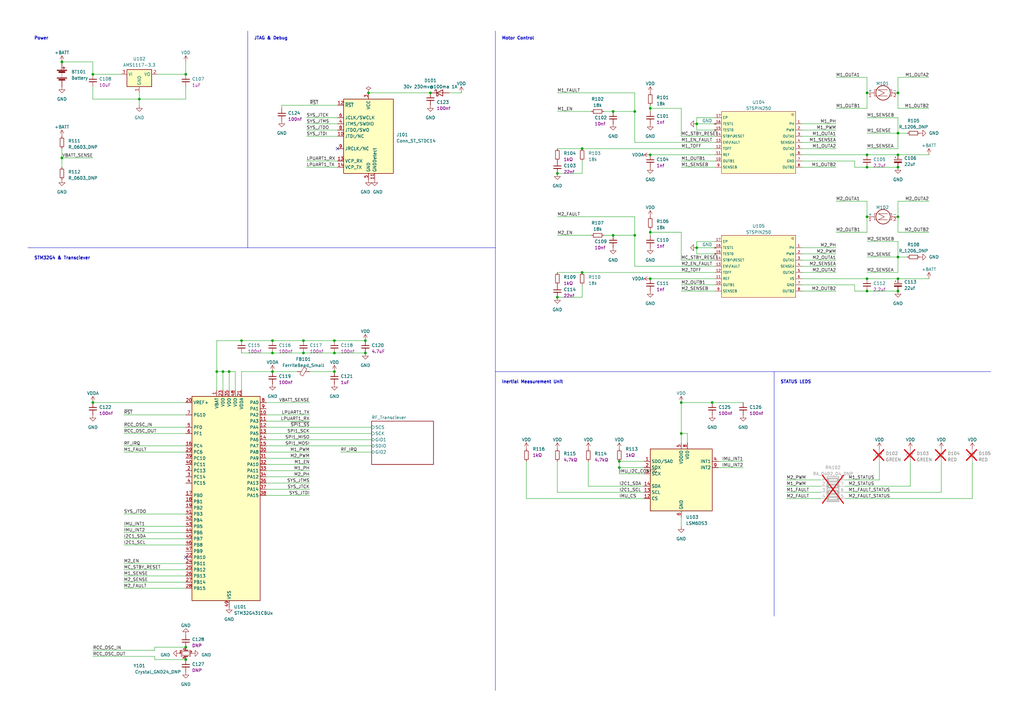
<source format=kicad_sch>
(kicad_sch (version 20230121) (generator eeschema)
  (paper "A3")
  (junction (at 151.13 38.1))
  (junction (at 99.06 139.7))
  (junction (at 266.7 95.25))
  (junction (at 76.2 265.43))
  (junction (at 57.15 40.64))
  (junction (at 266.7 63.5))
  (junction (at 137.16 139.7))
  (junction (at 260.35 96.52))
  (junction (at 25.4 25.4))
  (junction (at 149.86 139.7))
  (junction (at 93.98 152.4))
  (junction (at 368.3 105.41))
  (junction (at 279.4 165.1))
  (junction (at 285.75 50.8))
  (junction (at 251.46 45.72))
  (junction (at 91.44 152.4))
  (junction (at 355.6 63.5))
  (junction (at 285.75 101.6))
  (junction (at 368.3 114.3))
  (junction (at 254 189.23))
  (junction (at 368.3 54.61))
  (junction (at 38.1 30.48))
  (junction (at 355.6 38.1))
  (junction (at 88.9 152.4))
  (junction (at 38.1 165.1))
  (junction (at 251.46 96.52))
  (junction (at 355.6 68.58))
  (junction (at 124.46 144.78))
  (junction (at 111.76 139.7))
  (junction (at 238.76 111.76))
  (junction (at 368.3 119.38))
  (junction (at 355.6 88.9))
  (junction (at 76.2 270.51))
  (junction (at 266.7 44.45))
  (junction (at 260.35 45.72))
  (junction (at 368.3 63.5))
  (junction (at 124.46 139.7))
  (junction (at 76.2 30.48))
  (junction (at 368.3 88.9))
  (junction (at 137.16 144.78))
  (junction (at 137.16 152.4))
  (junction (at 355.6 119.38))
  (junction (at 355.6 114.3))
  (junction (at 149.86 144.78))
  (junction (at 228.6 121.92))
  (junction (at 368.3 68.58))
  (junction (at 111.76 144.78))
  (junction (at 368.3 38.1))
  (junction (at 176.53 38.1))
  (junction (at 111.76 152.4))
  (junction (at 25.4 64.77))
  (junction (at 279.4 177.8))
  (junction (at 292.1 165.1))
  (junction (at 266.7 114.3))
  (junction (at 254 191.77))
  (junction (at 228.6 71.12))
  (junction (at 238.76 60.96))
  (no_connect (at 76.2 228.6))
  (no_connect (at 138.43 60.96))
  (wire (pts (xy 50.8 233.68) (xy 76.2 233.68)))
  (wire (pts (xy 38.1 40.64) (xy 38.1 35.56)))
  (wire (pts (xy 398.78 204.47) (xy 346.71 204.47)))
  (wire (pts (xy 91.44 152.4) (xy 88.9 152.4)))
  (wire (pts (xy 238.76 66.04) (xy 238.76 71.12)))
  (wire (pts (xy 360.68 196.85) (xy 346.71 196.85)))
  (wire (pts (xy 125.73 53.34) (xy 138.43 53.34)))
  (wire (pts (xy 109.22 187.96) (xy 127 187.96)))
  (wire (pts (xy 127 152.4) (xy 137.16 152.4)))
  (wire (pts (xy 386.08 189.23) (xy 386.08 201.93)))
  (wire (pts (xy 355.6 38.1) (xy 355.6 31.75)))
  (wire (pts (xy 368.3 31.75) (xy 381 31.75)))
  (wire (pts (xy 50.8 215.9) (xy 76.2 215.9)))
  (wire (pts (xy 260.35 96.52) (xy 260.35 109.22)))
  (wire (pts (xy 50.8 236.22) (xy 76.2 236.22)))
  (wire (pts (xy 109.22 185.42) (xy 127 185.42)))
  (wire (pts (xy 109.22 172.72) (xy 127 172.72)))
  (wire (pts (xy 368.3 88.9) (xy 368.3 95.25)))
  (wire (pts (xy 355.6 119.38) (xy 368.3 119.38)))
  (wire (pts (xy 96.52 152.4) (xy 93.98 152.4)))
  (wire (pts (xy 91.44 160.02) (xy 91.44 152.4)))
  (wire (pts (xy 57.15 38.1) (xy 57.15 40.64)))
  (wire (pts (xy 304.8 165.1) (xy 292.1 165.1)))
  (wire (pts (xy 285.75 48.26) (xy 293.37 48.26)))
  (polyline (pts (xy 203.2 152.4) (xy 406.4 152.4)))
  (wire (pts (xy 109.22 165.1) (xy 127 165.1)))
  (wire (pts (xy 350.52 68.58) (xy 355.6 68.58)))
  (wire (pts (xy 260.35 96.52) (xy 260.35 88.9)))
  (wire (pts (xy 228.6 88.9) (xy 260.35 88.9)))
  (wire (pts (xy 279.4 106.68) (xy 293.37 106.68)))
  (wire (pts (xy 137.16 144.78) (xy 149.86 144.78)))
  (wire (pts (xy 279.4 119.38) (xy 293.37 119.38)))
  (wire (pts (xy 127 200.66) (xy 109.22 200.66)))
  (wire (pts (xy 228.6 45.72) (xy 242.57 45.72)))
  (wire (pts (xy 50.8 175.26) (xy 76.2 175.26)))
  (wire (pts (xy 386.08 201.93) (xy 346.71 201.93)))
  (wire (pts (xy 368.3 63.5) (xy 381 63.5)))
  (wire (pts (xy 88.9 139.7) (xy 88.9 152.4)))
  (wire (pts (xy 355.6 105.41) (xy 368.3 105.41)))
  (wire (pts (xy 355.6 31.75) (xy 342.9 31.75)))
  (wire (pts (xy 285.75 50.8) (xy 285.75 53.34)))
  (polyline (pts (xy 317.5 152.4) (xy 317.5 252.73)))
  (wire (pts (xy 285.75 53.34) (xy 293.37 53.34)))
  (wire (pts (xy 76.2 270.51) (xy 63.5 270.51)))
  (wire (pts (xy 260.35 109.22) (xy 293.37 109.22)))
  (wire (pts (xy 350.52 66.04) (xy 350.52 68.58)))
  (wire (pts (xy 355.6 68.58) (xy 368.3 68.58)))
  (wire (pts (xy 184.15 38.1) (xy 189.23 38.1)))
  (wire (pts (xy 25.4 25.4) (xy 38.1 25.4)))
  (wire (pts (xy 50.8 182.88) (xy 76.2 182.88)))
  (wire (pts (xy 355.6 111.76) (xy 368.3 111.76)))
  (wire (pts (xy 38.1 25.4) (xy 38.1 30.48)))
  (polyline (pts (xy 203.2 12.7) (xy 203.2 101.6)))
  (wire (pts (xy 342.9 82.55) (xy 355.6 82.55)))
  (wire (pts (xy 381 95.25) (xy 368.3 95.25)))
  (wire (pts (xy 50.8 210.82) (xy 76.2 210.82)))
  (wire (pts (xy 279.4 177.8) (xy 279.4 181.61)))
  (wire (pts (xy 109.22 175.26) (xy 152.4 175.26)))
  (wire (pts (xy 125.73 55.88) (xy 138.43 55.88)))
  (wire (pts (xy 355.6 60.96) (xy 368.3 60.96)))
  (wire (pts (xy 322.58 196.85) (xy 336.55 196.85)))
  (wire (pts (xy 238.76 60.96) (xy 293.37 60.96)))
  (wire (pts (xy 279.4 95.25) (xy 279.4 106.68)))
  (wire (pts (xy 328.93 58.42) (xy 342.9 58.42)))
  (wire (pts (xy 264.16 199.39) (xy 241.3 199.39)))
  (wire (pts (xy 281.94 181.61) (xy 281.94 177.8)))
  (wire (pts (xy 368.3 54.61) (xy 368.3 48.26)))
  (wire (pts (xy 76.2 25.4) (xy 76.2 30.48)))
  (wire (pts (xy 266.7 44.45) (xy 279.4 44.45)))
  (wire (pts (xy 368.3 111.76) (xy 368.3 105.41)))
  (wire (pts (xy 50.8 220.98) (xy 76.2 220.98)))
  (wire (pts (xy 264.16 191.77) (xy 254 191.77)))
  (wire (pts (xy 342.9 95.25) (xy 355.6 95.25)))
  (wire (pts (xy 57.15 40.64) (xy 76.2 40.64)))
  (wire (pts (xy 285.75 101.6) (xy 285.75 104.14)))
  (wire (pts (xy 99.06 139.7) (xy 88.9 139.7)))
  (wire (pts (xy 115.57 43.18) (xy 115.57 44.45)))
  (wire (pts (xy 328.93 106.68) (xy 342.9 106.68)))
  (wire (pts (xy 50.8 185.42) (xy 76.2 185.42)))
  (wire (pts (xy 109.22 182.88) (xy 152.4 182.88)))
  (wire (pts (xy 111.76 152.4) (xy 121.92 152.4)))
  (wire (pts (xy 241.3 199.39) (xy 241.3 189.23)))
  (wire (pts (xy 355.6 88.9) (xy 355.6 82.55)))
  (wire (pts (xy 63.5 265.43) (xy 63.5 266.7)))
  (wire (pts (xy 328.93 63.5) (xy 355.6 63.5)))
  (wire (pts (xy 285.75 104.14) (xy 293.37 104.14)))
  (wire (pts (xy 355.6 63.5) (xy 368.3 63.5)))
  (wire (pts (xy 93.98 152.4) (xy 91.44 152.4)))
  (wire (pts (xy 138.43 43.18) (xy 115.57 43.18)))
  (wire (pts (xy 285.75 48.26) (xy 285.75 50.8)))
  (wire (pts (xy 294.64 191.77) (xy 304.8 191.77)))
  (wire (pts (xy 260.35 58.42) (xy 293.37 58.42)))
  (wire (pts (xy 88.9 152.4) (xy 88.9 160.02)))
  (wire (pts (xy 328.93 111.76) (xy 342.9 111.76)))
  (wire (pts (xy 247.65 45.72) (xy 251.46 45.72)))
  (wire (pts (xy 381 82.55) (xy 368.3 82.55)))
  (wire (pts (xy 50.8 218.44) (xy 76.2 218.44)))
  (wire (pts (xy 138.43 68.58) (xy 125.73 68.58)))
  (wire (pts (xy 137.16 139.7) (xy 124.46 139.7)))
  (polyline (pts (xy 101.6 12.7) (xy 101.6 101.6)))
  (wire (pts (xy 50.8 241.3) (xy 76.2 241.3)))
  (wire (pts (xy 328.93 50.8) (xy 342.9 50.8)))
  (wire (pts (xy 328.93 116.84) (xy 350.52 116.84)))
  (wire (pts (xy 125.73 48.26) (xy 138.43 48.26)))
  (wire (pts (xy 285.75 50.8) (xy 293.37 50.8)))
  (wire (pts (xy 350.52 116.84) (xy 350.52 119.38)))
  (wire (pts (xy 328.93 101.6) (xy 342.9 101.6)))
  (wire (pts (xy 368.3 60.96) (xy 368.3 54.61)))
  (wire (pts (xy 294.64 189.23) (xy 304.8 189.23)))
  (wire (pts (xy 328.93 66.04) (xy 350.52 66.04)))
  (wire (pts (xy 264.16 204.47) (xy 215.9 204.47)))
  (wire (pts (xy 279.4 55.88) (xy 293.37 55.88)))
  (wire (pts (xy 247.65 96.52) (xy 251.46 96.52)))
  (wire (pts (xy 266.7 114.3) (xy 293.37 114.3)))
  (polyline (pts (xy 203.2 152.4) (xy 203.2 283.21)))
  (wire (pts (xy 266.7 44.45) (xy 266.7 43.18)))
  (wire (pts (xy 328.93 119.38) (xy 342.9 119.38)))
  (wire (pts (xy 124.46 139.7) (xy 111.76 139.7)))
  (wire (pts (xy 373.38 189.23) (xy 373.38 199.39)))
  (wire (pts (xy 266.7 45.72) (xy 266.7 44.45)))
  (wire (pts (xy 266.7 95.25) (xy 266.7 93.98)))
  (wire (pts (xy 238.76 71.12) (xy 228.6 71.12)))
  (wire (pts (xy 228.6 111.76) (xy 238.76 111.76)))
  (wire (pts (xy 373.38 199.39) (xy 346.71 199.39)))
  (wire (pts (xy 38.1 269.24) (xy 63.5 269.24)))
  (wire (pts (xy 38.1 40.64) (xy 57.15 40.64)))
  (wire (pts (xy 138.43 66.04) (xy 125.73 66.04)))
  (wire (pts (xy 368.3 31.75) (xy 368.3 38.1)))
  (wire (pts (xy 50.8 223.52) (xy 76.2 223.52)))
  (wire (pts (xy 368.3 48.26) (xy 355.6 48.26)))
  (wire (pts (xy 260.35 45.72) (xy 260.35 58.42)))
  (wire (pts (xy 228.6 201.93) (xy 228.6 189.23)))
  (wire (pts (xy 279.4 165.1) (xy 279.4 177.8)))
  (wire (pts (xy 266.7 63.5) (xy 293.37 63.5)))
  (wire (pts (xy 215.9 204.47) (xy 215.9 189.23)))
  (wire (pts (xy 281.94 177.8) (xy 279.4 177.8)))
  (wire (pts (xy 368.3 38.1) (xy 368.3 44.45)))
  (wire (pts (xy 328.93 109.22) (xy 342.9 109.22)))
  (wire (pts (xy 322.58 204.47) (xy 336.55 204.47)))
  (wire (pts (xy 266.7 95.25) (xy 279.4 95.25)))
  (wire (pts (xy 398.78 189.23) (xy 398.78 204.47)))
  (wire (pts (xy 368.3 82.55) (xy 368.3 88.9)))
  (wire (pts (xy 355.6 114.3) (xy 368.3 114.3)))
  (wire (pts (xy 368.3 54.61) (xy 372.11 54.61)))
  (wire (pts (xy 64.77 30.48) (xy 76.2 30.48)))
  (wire (pts (xy 251.46 96.52) (xy 260.35 96.52)))
  (wire (pts (xy 368.3 99.06) (xy 355.6 99.06)))
  (wire (pts (xy 238.76 111.76) (xy 293.37 111.76)))
  (wire (pts (xy 279.4 44.45) (xy 279.4 55.88)))
  (wire (pts (xy 264.16 194.31) (xy 254 194.31)))
  (wire (pts (xy 355.6 44.45) (xy 355.6 38.1)))
  (wire (pts (xy 322.58 199.39) (xy 336.55 199.39)))
  (wire (pts (xy 125.73 50.8) (xy 138.43 50.8)))
  (wire (pts (xy 99.06 144.78) (xy 111.76 144.78)))
  (wire (pts (xy 328.93 104.14) (xy 342.9 104.14)))
  (wire (pts (xy 96.52 160.02) (xy 96.52 152.4)))
  (wire (pts (xy 322.58 201.93) (xy 336.55 201.93)))
  (wire (pts (xy 360.68 189.23) (xy 360.68 196.85)))
  (wire (pts (xy 285.75 99.06) (xy 293.37 99.06)))
  (wire (pts (xy 76.2 35.56) (xy 76.2 40.64)))
  (wire (pts (xy 38.1 30.48) (xy 49.53 30.48)))
  (wire (pts (xy 38.1 266.7) (xy 63.5 266.7)))
  (wire (pts (xy 355.6 95.25) (xy 355.6 88.9)))
  (wire (pts (xy 368.3 105.41) (xy 372.11 105.41)))
  (wire (pts (xy 254 189.23) (xy 264.16 189.23)))
  (wire (pts (xy 228.6 60.96) (xy 238.76 60.96)))
  (wire (pts (xy 25.4 64.77) (xy 25.4 60.96)))
  (wire (pts (xy 109.22 180.34) (xy 152.4 180.34)))
  (wire (pts (xy 111.76 144.78) (xy 124.46 144.78)))
  (wire (pts (xy 254 194.31) (xy 254 191.77)))
  (wire (pts (xy 50.8 238.76) (xy 76.2 238.76)))
  (wire (pts (xy 254 191.77) (xy 254 189.23)))
  (wire (pts (xy 368.3 105.41) (xy 368.3 99.06)))
  (wire (pts (xy 328.93 68.58) (xy 342.9 68.58)))
  (wire (pts (xy 328.93 60.96) (xy 342.9 60.96)))
  (wire (pts (xy 57.15 40.64) (xy 57.15 43.18)))
  (polyline (pts (xy 203.2 101.6) (xy 203.2 152.4)))
  (wire (pts (xy 228.6 38.1) (xy 260.35 38.1)))
  (wire (pts (xy 109.22 177.8) (xy 152.4 177.8)))
  (wire (pts (xy 149.86 139.7) (xy 137.16 139.7)))
  (wire (pts (xy 127 203.2) (xy 109.22 203.2)))
  (wire (pts (xy 279.4 68.58) (xy 293.37 68.58)))
  (wire (pts (xy 279.4 66.04) (xy 293.37 66.04)))
  (wire (pts (xy 285.75 101.6) (xy 293.37 101.6)))
  (wire (pts (xy 111.76 152.4) (xy 99.06 152.4)))
  (wire (pts (xy 151.13 38.1) (xy 176.53 38.1)))
  (wire (pts (xy 342.9 44.45) (xy 355.6 44.45)))
  (wire (pts (xy 93.98 160.02) (xy 93.98 152.4)))
  (wire (pts (xy 238.76 121.92) (xy 228.6 121.92)))
  (wire (pts (xy 292.1 165.1) (xy 279.4 165.1)))
  (wire (pts (xy 251.46 45.72) (xy 260.35 45.72)))
  (wire (pts (xy 99.06 152.4) (xy 99.06 160.02)))
  (wire (pts (xy 368.3 114.3) (xy 381 114.3)))
  (wire (pts (xy 38.1 64.77) (xy 25.4 64.77)))
  (wire (pts (xy 355.6 54.61) (xy 368.3 54.61)))
  (wire (pts (xy 328.93 55.88) (xy 342.9 55.88)))
  (wire (pts (xy 50.8 231.14) (xy 76.2 231.14)))
  (wire (pts (xy 279.4 212.09) (xy 279.4 215.9)))
  (wire (pts (xy 76.2 265.43) (xy 63.5 265.43)))
  (wire (pts (xy 25.4 64.77) (xy 25.4 68.58)))
  (wire (pts (xy 109.22 190.5) (xy 127 190.5)))
  (wire (pts (xy 328.93 114.3) (xy 355.6 114.3)))
  (wire (pts (xy 111.76 139.7) (xy 99.06 139.7)))
  (wire (pts (xy 63.5 270.51) (xy 63.5 269.24)))
  (wire (pts (xy 228.6 96.52) (xy 242.57 96.52)))
  (wire (pts (xy 350.52 119.38) (xy 355.6 119.38)))
  (wire (pts (xy 109.22 195.58) (xy 127 195.58)))
  (wire (pts (xy 50.8 177.8) (xy 76.2 177.8)))
  (wire (pts (xy 238.76 116.84) (xy 238.76 121.92)))
  (wire (pts (xy 260.35 45.72) (xy 260.35 38.1)))
  (wire (pts (xy 266.7 96.52) (xy 266.7 95.25)))
  (wire (pts (xy 127 198.12) (xy 109.22 198.12)))
  (wire (pts (xy 285.75 99.06) (xy 285.75 101.6)))
  (polyline (pts (xy 11.43 101.6) (xy 203.2 101.6)))
  (wire (pts (xy 139.7 185.42) (xy 152.4 185.42)))
  (wire (pts (xy 124.46 144.78) (xy 137.16 144.78)))
  (wire (pts (xy 109.22 193.04) (xy 127 193.04)))
  (wire (pts (xy 264.16 201.93) (xy 228.6 201.93)))
  (wire (pts (xy 279.4 116.84) (xy 293.37 116.84)))
  (wire (pts (xy 38.1 165.1) (xy 76.2 165.1)))
  (wire (pts (xy 109.22 170.18) (xy 127 170.18)))
  (wire (pts (xy 50.8 170.18) (xy 76.2 170.18)))
  (wire (pts (xy 381 44.45) (xy 368.3 44.45)))
  (wire (pts (xy 328.93 53.34) (xy 342.9 53.34)))
  (text "Motor Control" (at 205.74 16.51 0) (effects (font (size 1.27 1.27) (thickness 0.254) bold) (justify left bottom)))
  (text "Power" (at 13.97 16.51 0) (effects (font (size 1.27 1.27) (thickness 0.254) bold) (justify left bottom)))
  (text "JTAG & Debug" (at 104.14 16.51 0) (effects (font (size 1.27 1.27) (thickness 0.254) bold) (justify left bottom)))
  (text "Inertial Measurement Unit" (at 205.74 157.48 0) (effects (font (size 1.27 1.27) (thickness 0.254) bold) (justify left bottom)))
  (text "STM32G4 & Transciever" (at 13.97 106.68 0) (effects (font (size 1.27 1.27) bold) (justify left bottom)))
  (text "STATUS LEDS" (at 320.04 157.48 0) (effects (font (size 1.27 1.27) (thickness 0.254) bold) (justify left bottom)))
  (label "~{RST}" (at 50.8 170.18 0))
  (label "M2_OUTB1" (at 279.4 116.84 0))
  (label "M2_SENSEA" (at 342.9 109.22 180))
  (label "M2_EN" (at 228.6 96.52 0) (property "Netclass" "GPIO" (effects hide)))
  (label "M2_OUTA1" (at 342.9 82.55 0))
  (label "M1_OUTA2" (at 342.9 60.96 180))
  (label "M1_FAULT_STATUS" (at 347.98 201.93 0))
  (label "M2_PH" (at 127 195.58 180) (property "Netclass" "GPIO" (effects hide)))
  (label "SYS_JTMS" (at 125.73 50.8 0))
  (label "IMU_INT1" (at 50.8 215.9 0))
  (label "M1_PWM" (at 342.9 53.34 180) (property "Netclass" "GPIO" (effects hide)))
  (label "M1_OUTB2" (at 342.9 68.58 180))
  (label "SYS_JTDO" (at 50.8 210.82 0))
  (label "M2_SENSEB" (at 279.4 119.38 0))
  (label "M1_SENSEB" (at 279.4 68.58 0))
  (label "M2_OUTB2" (at 342.9 119.38 180))
  (label "M1_OUTA2" (at 381 31.75 180))
  (label "M2_PWM" (at 322.58 196.85 0) (property "Netclass" "GPIO" (effects hide)))
  (label "M1_SENSEA" (at 342.9 58.42 180))
  (label "SYS_JTCK" (at 125.73 48.26 0))
  (label "M1_OUTB1" (at 279.4 66.04 0))
  (label "I2C1_SCL" (at 254 201.93 0))
  (label "M2_SENSE" (at 355.6 105.41 0))
  (label "M1_SENSEA" (at 355.6 60.96 0))
  (label "MC_STBY_RESET" (at 50.8 233.68 0) (property "Netclass" "GPIO" (effects hide)))
  (label "M1_STATUS" (at 347.98 196.85 0))
  (label "M1_FAULT" (at 228.6 38.1 0) (property "Netclass" "GPIO" (effects hide)))
  (label "M2_EN" (at 50.8 231.14 0) (property "Netclass" "GPIO" (effects hide)))
  (label "RF_IRQ" (at 139.7 185.42 0))
  (label "IMU_INT2" (at 304.8 191.77 180))
  (label "M1_EN_FAULT" (at 279.4 58.42 0) (property "Netclass" "GPIO" (effects hide)))
  (label "M2_EN_FAULT" (at 279.4 109.22 0) (property "Netclass" "GPIO" (effects hide)))
  (label "SYS_JTDO" (at 125.73 53.34 0))
  (label "M2_FAULT" (at 228.6 88.9 0) (property "Netclass" "GPIO" (effects hide)))
  (label "M2_PWM" (at 127 187.96 180) (property "Netclass" "GPIO" (effects hide)))
  (label "SPI1_MISO" (at 127 180.34 180))
  (label "RCC_OSC_IN" (at 50.8 175.26 0))
  (label "RCC_OSC_OUT" (at 50.8 177.8 0))
  (label "IMU_INT1" (at 304.8 189.23 180))
  (label "M1_OUTB1" (at 342.9 44.45 0))
  (label "~{RST}" (at 127 43.18 0))
  (label "M1_PWM" (at 322.58 199.39 0) (property "Netclass" "GPIO" (effects hide)))
  (label "M1_EN" (at 228.6 45.72 0) (property "Netclass" "GPIO" (effects hide)))
  (label "M2_FAULT" (at 322.58 204.47 0) (property "Netclass" "GPIO" (effects hide)))
  (label "IMU_CS" (at 254 204.47 0))
  (label "M2_OUTA2" (at 381 82.55 180))
  (label "M2_OUTB1" (at 342.9 95.25 0))
  (label "MC_STBY_RESET" (at 279.4 55.88 0) (property "Netclass" "GPIO" (effects hide)))
  (label "M2_STATUS" (at 347.98 199.39 0))
  (label "M1_PH" (at 127 193.04 180) (property "Netclass" "GPIO" (effects hide)))
  (label "M1_TOFF" (at 279.4 60.96 0) (property "Netclass" "Default" (effects hide)))
  (label "LPUART1_TX" (at 125.73 68.58 0))
  (label "IMU_INT2" (at 50.8 218.44 0))
  (label "M1_OUTB2" (at 381 44.45 180))
  (label "SYS_JTDI" (at 127 203.2 180))
  (label "SYS_JTCK" (at 127 200.66 180))
  (label "VBATT_SENSE" (at 38.1 64.77 180))
  (label "M1_PWM" (at 127 185.42 180) (property "Netclass" "GPIO" (effects hide)))
  (label "M1_FAULT" (at 50.8 185.42 0) (property "Netclass" "GPIO" (effects hide)))
  (label "M1_OUTA1" (at 342.9 55.88 180))
  (label "M2_OUTB2" (at 381 95.25 180))
  (label "LPUART1_TX" (at 127 170.18 180))
  (label "I2C1_SDA" (at 254 199.39 0))
  (label "MC_STBY_RESET" (at 279.4 106.68 0) (property "Netclass" "GPIO" (effects hide)))
  (label "M2_FAULT_STATUS" (at 347.98 204.47 0))
  (label "M1_SENSE" (at 50.8 236.22 0))
  (label "SPI1_MOSI" (at 127 182.88 180))
  (label "SYS_JTDI" (at 125.73 55.88 0))
  (label "M1_EN" (at 127 190.5 180) (property "Netclass" "GPIO" (effects hide)))
  (label "I2C1_SDA" (at 50.8 220.98 0))
  (label "M1_OUTA1" (at 342.9 31.75 0))
  (label "~{SPI1_SS}" (at 127 175.26 180))
  (label "M2_OUTA1" (at 342.9 106.68 180))
  (label "VBATT_SENSE" (at 127 165.1 180))
  (label "M2_SENSEB" (at 355.6 99.06 0))
  (label "M1_FAULT" (at 322.58 201.93 0) (property "Netclass" "GPIO" (effects hide)))
  (label "M2_PH" (at 342.9 101.6 180) (property "Netclass" "GPIO" (effects hide)))
  (label "M2_FAULT" (at 50.8 241.3 0) (property "Netclass" "GPIO" (effects hide)))
  (label "I2C1_SCL" (at 50.8 223.52 0))
  (label "SPI1_SCK" (at 127 177.8 180))
  (label "M1_SENSE" (at 355.6 54.61 0))
  (label "M2_TOFF" (at 279.4 111.76 0) (property "Netclass" "Default" (effects hide)))
  (label "M2_SENSE" (at 50.8 238.76 0))
  (label "M1_PH" (at 342.9 50.8 180) (property "Netclass" "GPIO" (effects hide)))
  (label "M2_PWM" (at 342.9 104.14 180) (property "Netclass" "GPIO" (effects hide)))
  (label "IMU_I2C_CONFIG" (at 254 194.31 0))
  (label "RCC_OSC_OUT" (at 38.1 269.24 0))
  (label "M2_OUTA2" (at 342.9 111.76 180))
  (label "RCC_OSC_IN" (at 38.1 266.7 0))
  (label "M1_SENSEB" (at 355.6 48.26 0))
  (label "LPUART1_RX" (at 127 172.72 180))
  (label "M2_SENSEA" (at 355.6 111.76 0))
  (label "SYS_JTMS" (at 127 198.12 180))
  (label "RF_IRQ" (at 50.8 182.88 0))
  (label "LPUART1_RX" (at 125.73 66.04 0))
  (symbol (lib_id "LCSC_Capacitor:C_0402_100nf_X7R") (at 176.53 40.64 0) (unit 1)
    (property "Reference" "C123" (at 179.07 41.91 0) (effects (justify left)))
    (property "Value" "C_0402_100nf_X7R" (effects hide))
    (property "Footprint" "Capacitor_SMD:C_0402_1005Metric" (effects hide))
    (property "Datasheet" "https://datasheet.lcsc.com/lcsc/1811141731_FH--Guangdong-Fenghua-Advanced-Tech-0402B104K500NT_C110251.pdf" (effects hide))
    (property "MPN" "0402B104K500NT" (effects hide))
    (property "LCSC" "C110251" (effects hide))
    (property "Capacitance" "100nf" (at 179.07 44.45 0) (effects (justify left)))
    (property "Voltage" "50V" (effects hide))
    (property "Temperature" "X7R" (effects hide))
  )
  (symbol (lib_id "power:GND") (at 76.2 260.35 180) (unit 1)
    (property "Reference" "#PWR0155" (effects hide))
    (property "Value" "GND" (at 76.2 256.54 0))
  )
  (symbol (lib_id "power:VDD") (at 266.7 88.9 0) (unit 1)
    (property "Reference" "#PWR0114" (effects hide))
    (property "Value" "VDD" (at 266.7 85.09 0))
  )
  (symbol (lib_id "LCSC_Capacitor:C_0402_DNP") (at 228.6 68.58 0) (unit 1) (in_bom no)
    (property "Reference" "C103" (at 231.14 67.9513 0) (effects (justify left)))
    (property "Value" "C_0402_DNP" (effects hide))
    (property "Footprint" "Capacitor_SMD:C_0402_1005Metric" (effects hide))
    (property "Capacitance" "22nf" (at 231.14 70.4913 0) (effects (justify left)))
  )
  (symbol (lib_id "power:VDDA") (at 266.7 63.5 90) (unit 1)
    (property "Reference" "#PWR0105" (effects hide))
    (property "Value" "VDDA" (at 264.16 63.5 90) (effects (justify left)))
  )
  (symbol (lib_id "power:GND") (at 228.6 71.12 0) (unit 1)
    (property "Reference" "#PWR0104" (effects hide))
    (property "Value" "GND" (at 228.6 76.2 0))
  )
  (symbol (lib_id "LCSC_Capacitor:C_805_DNP") (at 355.6 116.84 0) (unit 1) (in_bom no)
    (property "Reference" "C112" (at 358.14 116.2113 0) (effects (justify left)))
    (property "Value" "C_805_DNP" (effects hide))
    (property "Footprint" "Capacitor_SMD:C_0805_2012Metric" (effects hide))
    (property "Capacitance" "2.2uf" (at 358.14 118.7513 0) (effects (justify left)))
  )
  (symbol (lib_id "power:VDDA") (at 111.76 152.4 0) (unit 1)
    (property "Reference" "#PWR0128" (effects hide))
    (property "Value" "VDDA" (at 111.76 148.59 0))
  )
  (symbol (lib_id "power:GND") (at 368.3 68.58 0) (unit 1)
    (property "Reference" "#PWR0108" (effects hide))
    (property "Value" "GND" (at 368.3 73.66 0))
  )
  (symbol (lib_id "Device:LED_Small") (at 398.78 186.69 90) (unit 1) (on_board no) (dnp yes)
    (property "Reference" "D105" (at 401.32 185.9915 90) (effects (justify right)))
    (property "Value" "RED" (at 401.32 188.5315 90) (effects (justify right)))
    (property "Footprint" "LED_SMD:LED_0402_1005Metric" (effects hide))
  )
  (symbol (lib_id "power:GND") (at 251.46 50.8 0) (unit 1)
    (property "Reference" "#PWR0103" (effects hide))
    (property "Value" "GND" (at 251.46 55.88 0))
  )
  (symbol (lib_id "LCSC_Capacitor:C_0402_DNP") (at 251.46 99.06 0) (unit 1) (in_bom no)
    (property "Reference" "C109" (at 243.84 99.06 0) (effects (justify left)))
    (property "Value" "C_0402_DNP" (effects hide))
    (property "Footprint" "Capacitor_SMD:C_0402_1005Metric" (effects hide))
    (property "Capacitance" "10nf" (at 243.84 101.6 0) (effects (justify left)))
  )
  (symbol (lib_id "LCSC_Capacitor:C_0402_DNP") (at 76.2 262.89 180) (unit 1) (in_bom no)
    (property "Reference" "C128" (at 78.74 262.2486 0) (effects (justify right)))
    (property "Value" "C_0402_DNP" (effects hide))
    (property "Footprint" "Capacitor_SMD:C_0402_1005Metric" (effects hide))
    (property "Capacitance" "DNP" (at 78.74 264.7886 0) (effects (justify right)))
  )
  (symbol (lib_id "power:GND") (at 76.2 275.59 0) (unit 1)
    (property "Reference" "#PWR0156" (effects hide))
    (property "Value" "GND" (at 76.2 280.67 0))
  )
  (symbol (lib_id "LCSC_Capacitor:C_0805_1u_X7R") (at 76.2 33.02 0) (unit 1)
    (property "Reference" "C107" (at 78.74 32.3913 0) (effects (justify left)))
    (property "Value" "C_0805_1u_X7R" (effects hide))
    (property "Footprint" "Capacitor_SMD:C_0805_2012Metric" (effects hide))
    (property "Datasheet" "https://datasheet.lcsc.com/lcsc/1809221221_Samsung-Electro-Mechanics-CL21B105KOFNNNE_C24123.pdf" (effects hide))
    (property "Capacitance" "1uF" (at 78.74 34.9313 0) (effects (justify left)))
    (property "LCSC" "C24123" (effects hide))
    (property "MPN" "CL21B105KOFNNNE" (effects hide))
    (property "Voltage" "16V" (effects hide))
    (property "Tolerance" "10%" (effects hide))
    (property "Temperature" "X7R" (effects hide))
  )
  (symbol (lib_id "power:GND") (at 137.16 157.48 0) (unit 1)
    (property "Reference" "#PWR0126" (effects hide))
    (property "Value" "GND" (at 137.16 162.56 0))
  )
  (symbol (lib_id "LCSC_Crystal:Crystal_GND24_DNP") (at 76.2 267.97 270) (unit 1) (in_bom no)
    (property "Reference" "Y101" (at 57.15 273.05 90))
    (property "Value" "Crystal_GND24_DNP" (at 64.77 275.59 90))
    (property "Footprint" "Crystal:Crystal_SMD_3225-4Pin_3.2x2.5mm" (effects hide))
  )
  (symbol (lib_id "power:GND") (at 251.46 101.6 0) (unit 1)
    (property "Reference" "#PWR0115" (effects hide))
    (property "Value" "GND" (at 251.46 106.68 0))
  )
  (symbol (lib_id "power:+BATT") (at 381 114.3 0) (unit 1)
    (property "Reference" "#PWR0151" (effects hide))
    (property "Value" "+BATT" (at 381 110.49 0))
  )
  (symbol (lib_id "LCSC_Capacitor:C_0402_DNP") (at 266.7 99.06 0) (unit 1) (in_bom no)
    (property "Reference" "C110" (at 269.24 98.4313 0) (effects (justify left)))
    (property "Value" "C_0402_DNP" (effects hide))
    (property "Footprint" "Capacitor_SMD:C_0402_1005Metric" (effects hide))
    (property "Capacitance" "1nf" (at 269.24 100.9713 0) (effects (justify left)))
  )
  (symbol (lib_id "LCSC_Capacitor:C_0402_DNP") (at 76.2 273.05 0) (unit 1) (in_bom no)
    (property "Reference" "C127" (at 78.74 272.4213 0) (effects (justify left)))
    (property "Value" "C_0402_DNP" (effects hide))
    (property "Footprint" "Capacitor_SMD:C_0402_1005Metric" (effects hide))
    (property "Capacitance" "DNP" (at 78.74 274.9613 0) (effects (justify left)))
  )
  (symbol (lib_id "power:VDD") (at 137.16 152.4 0) (unit 1)
    (property "Reference" "#PWR0127" (effects hide))
    (property "Value" "VDD" (at 137.16 148.59 0))
  )
  (symbol (lib_id "power:GND") (at 285.75 50.8 270) (unit 1)
    (property "Reference" "#PWR0107" (effects hide))
    (property "Value" "GND" (at 292.1 49.53 90) (effects (justify right)))
  )
  (symbol (lib_id "Motor:Motor_DC_ALT") (at 360.68 38.1 90) (unit 1)
    (property "Reference" "M101" (at 361.95 34.29 90))
    (property "Value" "Motor_DC_ALT" (effects hide))
    (property "Footprint" "LCSC_Connector:PAD_01x02" (effects hide))
  )
  (symbol (lib_id "power:GND") (at 368.3 119.38 0) (unit 1)
    (property "Reference" "#PWR0121" (effects hide))
    (property "Value" "GND" (at 368.3 124.46 0))
  )
  (symbol (lib_id "power:GND") (at 57.15 43.18 0) (unit 1)
    (property "Reference" "#PWR0112" (effects hide))
    (property "Value" "GND" (at 57.15 48.26 0))
  )
  (symbol (lib_id "power:GND") (at 153.67 73.66 0) (unit 1)
    (property "Reference" "#PWR0136" (effects hide))
    (property "Value" "GND" (at 154.94 78.74 0))
  )
  (symbol (lib_id "power:GND") (at 25.4 35.56 0) (unit 1)
    (property "Reference" "#PWR0111" (effects hide))
    (property "Value" "GND" (at 25.4 40.64 0))
  )
  (symbol (lib_id "LCSC_MotorDriver:STSPIN250") (at 311.15 58.42 0) (mirror y) (unit 1)
    (property "Reference" "U104" (at 311.15 41.91 0))
    (property "Value" "STSPIN250" (at 311.15 44.45 0))
    (property "Footprint" "Package_DFN_QFN:TQFN-16-1EP_3x3mm_P0.5mm_EP1.6x1.6mm" (effects hide))
    (property "Datasheet" "https://datasheet.lcsc.com/lcsc/1804170010_STMicroelectronics-STSPIN250_C155561.pdf" (effects hide))
    (property "LCSC" "C155561" (effects hide))
  )
  (symbol (lib_id "Motor:Motor_DC_ALT") (at 360.68 88.9 90) (unit 1)
    (property "Reference" "M102" (at 361.95 85.09 90))
    (property "Value" "Motor_DC_ALT" (effects hide))
    (property "Footprint" "LCSC_Connector:PAD_01x02" (effects hide))
  )
  (symbol (lib_id "power:VDD") (at 76.2 25.4 0) (unit 1)
    (property "Reference" "#PWR0113" (effects hide))
    (property "Value" "VDD" (at 76.2 21.59 0))
  )
  (symbol (lib_id "LCSC_Capacitor:C_805_DNP") (at 355.6 66.04 0) (unit 1) (in_bom no)
    (property "Reference" "C105" (at 358.14 65.4113 0) (effects (justify left)))
    (property "Value" "C_805_DNP" (effects hide))
    (property "Footprint" "Capacitor_SMD:C_0805_2012Metric" (effects hide))
    (property "Capacitance" "2.2uf" (at 358.14 67.9513 0) (effects (justify left)))
  )
  (symbol (lib_id "power:GND") (at 115.57 49.53 0) (unit 1)
    (property "Reference" "#PWR0134" (effects hide))
    (property "Value" "GND" (at 115.57 54.61 0))
  )
  (symbol (lib_id "LCSC_Resistor:R_1206_DNP") (at 374.65 105.41 90) (unit 1) (in_bom no)
    (property "Reference" "R108" (at 374.65 100.33 90))
    (property "Value" "R_1206_DNP" (at 374.65 102.87 90))
    (property "Footprint" "Resistor_SMD:R_1206_3216Metric" (effects hide))
  )
  (symbol (lib_id "power:GND") (at 377.19 54.61 90) (unit 1)
    (property "Reference" "#PWR0109" (effects hide))
    (property "Value" "GND" (at 381 54.61 90) (effects (justify right)))
  )
  (symbol (lib_id "power:VDD") (at 360.68 184.15 0) (unit 1)
    (property "Reference" "#PWR0137" (effects hide))
    (property "Value" "VDD" (at 360.68 180.34 0))
  )
  (symbol (lib_id "power:GND") (at 149.86 144.78 0) (unit 1)
    (property "Reference" "#PWR0123" (effects hide))
    (property "Value" "GND" (at 149.86 149.86 0))
  )
  (symbol (lib_id "power:GND") (at 304.8 170.18 0) (unit 1)
    (property "Reference" "#PWR0145" (effects hide))
    (property "Value" "GND" (at 304.8 175.26 0))
  )
  (symbol (lib_id "LCSC_Resistor:R_0402_1k") (at 228.6 63.5 0) (unit 1)
    (property "Reference" "R104" (at 231.14 62.865 0) (effects (justify left)))
    (property "Value" "R_0402_1k" (effects hide))
    (property "Footprint" "Resistor_SMD:R_0402_1005Metric" (effects hide))
    (property "Datasheet" "https://datasheet.lcsc.com/lcsc/2004211032_Resistor-Today-PTFR0402B1K00P9_C478866.pdf" (effects hide))
    (property "MPN" "PTFR0402B1K00P9" (effects hide))
    (property "LCSC" "C478866" (effects hide))
    (property "Resistance" "1kΩ" (at 231.14 65.405 0) (effects (justify left)))
  )
  (symbol (lib_id "LCSC_Capacitor:C_0402_100nf_X7R") (at 111.76 142.24 0) (unit 1)
    (property "Reference" "C116" (at 114.3 141.6113 0) (effects (justify left)))
    (property "Value" "C_0402_100nf_X7R" (effects hide))
    (property "Footprint" "Capacitor_SMD:C_0402_1005Metric" (effects hide))
    (property "Datasheet" "https://datasheet.lcsc.com/lcsc/1811141731_FH--Guangdong-Fenghua-Advanced-Tech-0402B104K500NT_C110251.pdf" (effects hide))
    (property "MPN" "0402B104K500NT" (effects hide))
    (property "LCSC" "C110251" (effects hide))
    (property "Capacitance" "100nf" (at 114.3 144.1513 0) (effects (justify left)))
    (property "Voltage" "50V" (effects hide))
    (property "Temperature" "X7R" (effects hide))
  )
  (symbol (lib_id "power:VDD") (at 189.23 38.1 0) (unit 1)
    (property "Reference" "#PWR0132" (effects hide))
    (property "Value" "VDD" (at 189.23 34.29 0))
  )
  (symbol (lib_id "LCSC_Capacitor:C_0402_DNP") (at 266.7 48.26 0) (unit 1) (in_bom no)
    (property "Reference" "C101" (at 269.24 47.6313 0) (effects (justify left)))
    (property "Value" "C_0402_DNP" (effects hide))
    (property "Footprint" "Capacitor_SMD:C_0402_1005Metric" (effects hide))
    (property "Capacitance" "1nf" (at 269.24 50.1713 0) (effects (justify left)))
  )
  (symbol (lib_id "power:GND") (at 377.19 105.41 90) (unit 1)
    (property "Reference" "#PWR0118" (effects hide))
    (property "Value" "GND" (at 381 105.41 90) (effects (justify right)))
  )
  (symbol (lib_id "power:VDD") (at 228.6 184.15 0) (unit 1)
    (property "Reference" "#PWR0149" (effects hide))
    (property "Value" "VDD" (at 228.6 180.34 0))
  )
  (symbol (lib_id "LCSC_Resistor:R_0402_4k7") (at 228.6 186.69 0) (unit 1)
    (property "Reference" "R115" (at 231.14 186.055 0) (effects (justify left)))
    (property "Value" "R_0402_4k7" (effects hide))
    (property "Footprint" "Resistor_SMD:R_0402_1005Metric" (effects hide))
    (property "Datasheet" "https://datasheet.lcsc.com/lcsc/2010281136_YAGEO-RT0402FRE074K7L_C705701.pdf" (effects hide))
    (property "MPN" "RT0402FRE074K7L" (effects hide))
    (property "LCSC" "C705701" (effects hide))
    (property "Resistance" "4.7kΩ" (at 231.14 188.595 0) (effects (justify left)))
  )
  (symbol (lib_id "LCSC_Resistor:R_0402_DNP") (at 238.76 114.3 0) (unit 1) (in_bom no)
    (property "Reference" "R110" (at 241.3 113.665 0) (effects (justify left)))
    (property "Value" "18k" (at 241.3 116.205 0) (effects (justify left)))
    (property "Footprint" "Resistor_SMD:R_0402_1005Metric" (effects hide))
  )
  (symbol (lib_id "LCSC_Resistor:R_0402_DNP") (at 245.11 45.72 90) (unit 1) (in_bom no)
    (property "Reference" "R102" (at 245.11 40.64 90))
    (property "Value" "18k" (at 245.11 43.18 90))
    (property "Footprint" "Resistor_SMD:R_0402_1005Metric" (effects hide))
  )
  (symbol (lib_id "LCSC_Resistor:R_0402_1k") (at 254 186.69 0) (unit 1)
    (property "Reference" "R113" (at 256.54 184.15 0) (effects (justify left)))
    (property "Value" "R_0402_1k" (effects hide))
    (property "Footprint" "Resistor_SMD:R_0402_1005Metric" (effects hide))
    (property "Datasheet" "https://datasheet.lcsc.com/lcsc/2004211032_Resistor-Today-PTFR0402B1K00P9_C478866.pdf" (effects hide))
    (property "MPN" "PTFR0402B1K00P9" (effects hide))
    (property "LCSC" "C478866" (effects hide))
    (property "Resistance" "1kΩ" (at 256.54 186.69 0) (effects (justify left)))
  )
  (symbol (lib_id "power:VDD") (at 215.9 184.15 0) (unit 1)
    (property "Reference" "#PWR0150" (effects hide))
    (property "Value" "VDD" (at 215.9 180.34 0))
  )
  (symbol (lib_id "LCSC_Capacitor:C_0402_DNP") (at 251.46 48.26 0) (unit 1) (in_bom no)
    (property "Reference" "C102" (at 243.84 48.26 0) (effects (justify left)))
    (property "Value" "C_0402_DNP" (effects hide))
    (property "Footprint" "Capacitor_SMD:C_0402_1005Metric" (effects hide))
    (property "Capacitance" "10nf" (at 243.84 50.8 0) (effects (justify left)))
  )
  (symbol (lib_id "LCSC_Capacitor:C_0402_100nf_X7R") (at 292.1 167.64 0) (unit 1)
    (property "Reference" "C125" (at 294.64 167.0113 0) (effects (justify left)))
    (property "Value" "C_0402_100nf_X7R" (effects hide))
    (property "Footprint" "Capacitor_SMD:C_0402_1005Metric" (effects hide))
    (property "Datasheet" "https://datasheet.lcsc.com/lcsc/1811141731_FH--Guangdong-Fenghua-Advanced-Tech-0402B104K500NT_C110251.pdf" (effects hide))
    (property "MPN" "0402B104K500NT" (effects hide))
    (property "LCSC" "C110251" (effects hide))
    (property "Capacitance" "100nf" (at 294.64 169.5513 0) (effects (justify left)))
    (property "Voltage" "50V" (effects hide))
    (property "Temperature" "X7R" (effects hide))
  )
  (symbol (lib_id "power:GND") (at 25.4 73.66 0) (unit 1)
    (property "Reference" "#PWR0142" (effects hide))
    (property "Value" "GND" (at 25.4 78.74 0))
  )
  (symbol (lib_id "LCSC_Capacitor:C_0402_100nf_X7R") (at 38.1 167.64 0) (unit 1)
    (property "Reference" "C122" (at 40.64 167.0113 0) (effects (justify left)))
    (property "Value" "C_0402_100nf_X7R" (effects hide))
    (property "Footprint" "Capacitor_SMD:C_0402_1005Metric" (effects hide))
    (property "Datasheet" "https://datasheet.lcsc.com/lcsc/1811141731_FH--Guangdong-Fenghua-Advanced-Tech-0402B104K500NT_C110251.pdf" (effects hide))
    (property "MPN" "0402B104K500NT" (effects hide))
    (property "LCSC" "C110251" (effects hide))
    (property "Capacitance" "100nf" (at 40.64 169.5513 0) (effects (justify left)))
    (property "Voltage" "50V" (effects hide))
    (property "Temperature" "X7R" (effects hide))
  )
  (symbol (lib_id "LCSC_Capacitor:C_0402_100nf_X7R") (at 137.16 142.24 0) (unit 1)
    (property "Reference" "C118" (at 139.7 141.6113 0) (effects (justify left)))
    (property "Value" "C_0402_100nf_X7R" (effects hide))
    (property "Footprint" "Capacitor_SMD:C_0402_1005Metric" (effects hide))
    (property "Datasheet" "https://datasheet.lcsc.com/lcsc/1811141731_FH--Guangdong-Fenghua-Advanced-Tech-0402B104K500NT_C110251.pdf" (effects hide))
    (property "MPN" "0402B104K500NT" (effects hide))
    (property "LCSC" "C110251" (effects hide))
    (property "Capacitance" "100nf" (at 139.7 144.1513 0) (effects (justify left)))
    (property "Voltage" "50V" (effects hide))
    (property "Temperature" "X7R" (effects hide))
  )
  (symbol (lib_id "Sensor_Motion:LSM6DS3") (at 279.4 196.85 0) (unit 1)
    (property "Reference" "U103" (at 281.3559 212.09 0) (effects (justify left)))
    (property "Value" "LSM6DS3" (at 281.3559 214.63 0) (effects (justify left)))
    (property "Footprint" "Package_LGA:LGA-14_3x2.5mm_P0.5mm_LayoutBorder3x4y" (effects hide))
    (property "Datasheet" "https://www.st.com/resource/en/datasheet/lsm6ds3tr-c.pdf" (effects hide))
    (property "LCSC" "C967633" (effects hide))
  )
  (symbol (lib_id "Connector:Conn_ST_STDC14") (at 151.13 55.88 0) (mirror y) (unit 1) (in_bom no)
    (property "Reference" "J101" (at 162.56 55.245 0) (effects (justify right)))
    (property "Value" "Conn_ST_STDC14" (at 162.56 57.785 0) (effects (justify right)))
    (property "Footprint" "LCSC_Connector:TC2070-IDC-FP" (effects hide))
    (property "Datasheet" "https://www.st.com/content/ccc/resource/technical/document/user_manual/group1/99/49/91/b6/b2/3a/46/e5/DM00526767/files/DM00526767.pdf/jcr:content/translations/en.DM00526767.pdf" (effects hide))
  )
  (symbol (lib_id "Device:C_Polarized_Small") (at 368.3 116.84 0) (unit 1)
    (property "Reference" "C113" (at 370.84 115.6589 0) (effects (justify left)))
    (property "Value" "22uf" (at 370.84 118.1989 0) (effects (justify left)))
    (property "Footprint" "Capacitor_SMD:CP_Elec_4x5.4" (effects hide))
  )
  (symbol (lib_id "power:GND") (at 285.75 101.6 270) (unit 1)
    (property "Reference" "#PWR0117" (effects hide))
    (property "Value" "GND" (at 292.1 100.33 90) (effects (justify right)))
  )
  (symbol (lib_id "LCSC_Capacitor:C_0402_1nf_X7R") (at 266.7 116.84 0) (unit 1)
    (property "Reference" "C111" (at 269.24 116.2113 0) (effects (justify left)))
    (property "Value" "C_0402_1nf_X7R" (effects hide))
    (property "Footprint" "Capacitor_SMD:C_0402_1005Metric" (effects hide))
    (property "Datasheet" "https://datasheet.lcsc.com/lcsc/1811081510_Murata-Electronics-GCM155R72A102KA37D_C126538.pdf" (effects hide))
    (property "MPN" "GCM155R72A102KA37D" (effects hide))
    (property "LCSC" "C126538" (effects hide))
    (property "Capacitance" "1nf" (at 269.24 118.7513 0) (effects (justify left)))
    (property "Voltage" "100V" (effects hide))
    (property "Temperature" "X7R" (effects hide))
  )
  (symbol (lib_id "power:GND") (at 266.7 119.38 0) (unit 1)
    (property "Reference" "#PWR0120" (effects hide))
    (property "Value" "GND" (at 266.7 124.46 0))
  )
  (symbol (lib_id "LCSC_Resistor:R_0402_DNP") (at 266.7 91.44 0) (unit 1) (in_bom no)
    (property "Reference" "R106" (at 269.24 90.805 0) (effects (justify left)))
    (property "Value" "18k" (at 269.24 93.345 0) (effects (justify left)))
    (property "Footprint" "Resistor_SMD:R_0402_1005Metric" (effects hide))
  )
  (symbol (lib_id "LCSC_MotorDriver:STSPIN250") (at 311.15 109.22 0) (mirror y) (unit 1)
    (property "Reference" "U105" (at 311.15 92.71 0))
    (property "Value" "STSPIN250" (at 311.15 95.25 0))
    (property "Footprint" "Package_DFN_QFN:TQFN-16-1EP_3x3mm_P0.5mm_EP1.6x1.6mm" (effects hide))
    (property "Datasheet" "https://datasheet.lcsc.com/lcsc/1804170010_STMicroelectronics-STSPIN250_C155561.pdf" (effects hide))
    (property "LCSC" "C155561" (effects hide))
  )
  (symbol (lib_id "power:+BATT") (at 381 63.5 0) (unit 1)
    (property "Reference" "#PWR0152" (effects hide))
    (property "Value" "+BATT" (at 381 59.69 0))
  )
  (symbol (lib_id "Device:LED_Small") (at 386.08 186.69 90) (unit 1) (on_board no) (dnp yes)
    (property "Reference" "D104" (at 388.62 185.9915 90) (effects (justify right)))
    (property "Value" "RED" (at 388.62 188.5315 90) (effects (justify right)))
    (property "Footprint" "LED_SMD:LED_0402_1005Metric" (effects hide))
  )
  (symbol (lib_id "power:GND") (at 266.7 50.8 0) (unit 1)
    (property "Reference" "#PWR0102" (effects hide))
    (property "Value" "GND" (at 266.7 55.88 0))
  )
  (symbol (lib_id "power:PWR_FLAG") (at 151.13 38.1 0) (unit 1)
    (property "Reference" "#FLG0101" (effects hide))
    (property "Value" "PWR_FLAG" (effects hide))
  )
  (symbol (lib_id "LCSC_Resistor:R_0402_1k") (at 215.9 186.69 0) (unit 1)
    (property "Reference" "R116" (at 218.44 184.15 0) (effects (justify left)))
    (property "Value" "R_0402_1k" (effects hide))
    (property "Footprint" "Resistor_SMD:R_0402_1005Metric" (effects hide))
    (property "Datasheet" "https://datasheet.lcsc.com/lcsc/2004211032_Resistor-Today-PTFR0402B1K00P9_C478866.pdf" (effects hide))
    (property "MPN" "PTFR0402B1K00P9" (effects hide))
    (property "LCSC" "C478866" (effects hide))
    (property "Resistance" "1kΩ" (at 218.44 186.69 0) (effects (justify left)))
  )
  (symbol (lib_id "power:GND") (at 93.98 248.92 0) (unit 1)
    (property "Reference" "#PWR0131" (effects hide))
    (property "Value" "GND" (at 93.98 254 0))
  )
  (symbol (lib_id "power:GND") (at 151.13 73.66 0) (unit 1)
    (property "Reference" "#PWR0135" (effects hide))
    (property "Value" "GND" (at 149.86 78.74 0))
  )
  (symbol (lib_id "power:GND") (at 292.1 170.18 0) (unit 1)
    (property "Reference" "#PWR0144" (effects hide))
    (property "Value" "GND" (at 292.1 175.26 0))
  )
  (symbol (lib_id "power:GND") (at 266.7 101.6 0) (unit 1)
    (property "Reference" "#PWR0116" (effects hide))
    (property "Value" "GND" (at 266.7 106.68 0))
  )
  (symbol (lib_id "LCSC_Resistor:R_0402_DNP") (at 245.11 96.52 90) (unit 1) (in_bom no)
    (property "Reference" "R107" (at 245.11 91.44 90))
    (property "Value" "18k" (at 245.11 93.98 90))
    (property "Footprint" "Resistor_SMD:R_0402_1005Metric" (effects hide))
  )
  (symbol (lib_id "power:VDDA") (at 266.7 114.3 90) (unit 1)
    (property "Reference" "#PWR0119" (effects hide))
    (property "Value" "VDDA" (at 264.16 114.3 90) (effects (justify left)))
  )
  (symbol (lib_id "LCSC_Capacitor:C_0402_100nf_X7R") (at 115.57 46.99 0) (unit 1)
    (property "Reference" "C124" (at 118.11 46.3613 0) (effects (justify left)))
    (property "Value" "C_0402_100nf_X7R" (effects hide))
    (property "Footprint" "Capacitor_SMD:C_0402_1005Metric" (effects hide))
    (property "Datasheet" "https://datasheet.lcsc.com/lcsc/1811141731_FH--Guangdong-Fenghua-Advanced-Tech-0402B104K500NT_C110251.pdf" (effects hide))
    (property "MPN" "0402B104K500NT" (effects hide))
    (property "LCSC" "C110251" (effects hide))
    (property "Capacitance" "100nf" (at 118.11 48.9013 0) (effects (justify left)))
    (property "Voltage" "50V" (effects hide))
    (property "Temperature" "X7R" (effects hide))
  )
  (symbol (lib_id "power:+BATT") (at 25.4 25.4 0) (unit 1)
    (property "Reference" "#PWR0110" (effects hide))
    (property "Value" "+BATT" (at 25.4 21.59 0))
  )
  (symbol (lib_id "LCSC_Capacitor:C_0402_100nf_X7R") (at 99.06 142.24 0) (unit 1)
    (property "Reference" "C115" (at 101.6 141.6113 0) (effects (justify left)))
    (property "Value" "C_0402_100nf_X7R" (effects hide))
    (property "Footprint" "Capacitor_SMD:C_0402_1005Metric" (effects hide))
    (property "Datasheet" "https://datasheet.lcsc.com/lcsc/1811141731_FH--Guangdong-Fenghua-Advanced-Tech-0402B104K500NT_C110251.pdf" (effects hide))
    (property "MPN" "0402B104K500NT" (effects hide))
    (property "LCSC" "C110251" (effects hide))
    (property "Capacitance" "100nf" (at 101.6 144.1513 0) (effects (justify left)))
    (property "Voltage" "50V" (effects hide))
    (property "Temperature" "X7R" (effects hide))
  )
  (symbol (lib_id "power:GND") (at 111.76 157.48 0) (unit 1)
    (property "Reference" "#PWR0125" (effects hide))
    (property "Value" "GND" (at 111.76 162.56 0))
  )
  (symbol (lib_id "power:GND") (at 176.53 43.18 0) (unit 1)
    (property "Reference" "#PWR0133" (effects hide))
    (property "Value" "GND" (at 176.53 48.26 0))
  )
  (symbol (lib_id "power:GND") (at 38.1 170.18 0) (unit 1)
    (property "Reference" "#PWR0130" (effects hide))
    (property "Value" "GND" (at 38.1 175.26 0))
  )
  (symbol (lib_id "Device:LED_Small") (at 360.68 186.69 90) (unit 1) (on_board no) (dnp yes)
    (property "Reference" "D102" (at 363.22 185.9915 90) (effects (justify right)))
    (property "Value" "GREEN" (at 363.22 188.5315 90) (effects (justify right)))
    (property "Footprint" "LED_SMD:LED_0402_1005Metric" (effects hide))
  )
  (symbol (lib_id "MCU_ST_STM32G4:STM32G431CBUx") (at 91.44 205.74 0) (unit 1)
    (property "Reference" "U101" (at 95.9359 248.92 0) (effects (justify left)))
    (property "Value" "STM32G431CBUx" (at 95.9359 251.46 0) (effects (justify left)))
    (property "Footprint" "Package_DFN_QFN:QFN-48-1EP_7x7mm_P0.5mm_EP5.6x5.6mm" (effects hide))
    (property "Datasheet" "https://www.st.com/resource/en/datasheet/stm32g431cb.pdf" (effects hide))
    (property "LCSC" "C529356" (effects hide))
  )
  (symbol (lib_id "Device:Battery") (at 25.4 30.48 0) (unit 1)
    (property "Reference" "BT101" (at 29.21 29.464 0) (effects (justify left)))
    (property "Value" "Battery" (at 29.21 32.004 0) (effects (justify left)))
    (property "Footprint" "LCSC_Connector:PAD_01x02" (effects hide))
  )
  (symbol (lib_id "power:VDD") (at 386.08 184.15 0) (unit 1)
    (property "Reference" "#PWR0139" (effects hide))
    (property "Value" "VDD" (at 386.08 180.34 0))
  )
  (symbol (lib_id "power:VDD") (at 266.7 38.1 0) (unit 1)
    (property "Reference" "#PWR0101" (effects hide))
    (property "Value" "VDD" (at 266.7 34.29 0))
  )
  (symbol (lib_id "LCSC_Capacitor:C_0402_1nf_X7R") (at 266.7 66.04 0) (unit 1)
    (property "Reference" "C104" (at 269.24 65.4113 0) (effects (justify left)))
    (property "Value" "C_0402_1nf_X7R" (effects hide))
    (property "Footprint" "Capacitor_SMD:C_0402_1005Metric" (effects hide))
    (property "Datasheet" "https://datasheet.lcsc.com/lcsc/1811081510_Murata-Electronics-GCM155R72A102KA37D_C126538.pdf" (effects hide))
    (property "MPN" "GCM155R72A102KA37D" (effects hide))
    (property "LCSC" "C126538" (effects hide))
    (property "Capacitance" "1nf" (at 269.24 67.9513 0) (effects (justify left)))
    (property "Voltage" "100V" (effects hide))
    (property "Temperature" "X7R" (effects hide))
  )
  (symbol (lib_id "power:VDD") (at 254 184.15 0) (unit 1)
    (property "Reference" "#PWR0146" (effects hide))
    (property "Value" "VDD" (at 254 180.34 0))
  )
  (symbol (lib_id "LCSC_Capacitor:C_0402_100nf_X7R") (at 111.76 154.94 0) (unit 1)
    (property "Reference" "C119" (at 114.3 154.3113 0) (effects (justify left)))
    (property "Value" "C_0402_100nf_X7R" (effects hide))
    (property "Footprint" "Capacitor_SMD:C_0402_1005Metric" (effects hide))
    (property "Datasheet" "https://datasheet.lcsc.com/lcsc/1811141731_FH--Guangdong-Fenghua-Advanced-Tech-0402B104K500NT_C110251.pdf" (effects hide))
    (property "MPN" "0402B104K500NT" (effects hide))
    (property "LCSC" "C110251" (effects hide))
    (property "Capacitance" "100nf" (at 114.3 156.8513 0) (effects (justify left)))
    (property "Voltage" "50V" (effects hide))
    (property "Temperature" "X7R" (effects hide))
  )
  (symbol (lib_id "LCSC_Resistor:RA_0402_04_DNP") (at 341.63 201.93 270) (unit 1) (in_bom no) (on_board no) (dnp yes)
    (property "Reference" "RN102" (at 341.63 191.77 90))
    (property "Value" "RA_0402_04_DNP" (at 341.63 194.31 90))
    (property "Footprint" "Resistor_SMD:R_Array_Concave_4x0402" (effects hide))
  )
  (symbol (lib_id "Regulator_Linear:AMS1117-3.3") (at 57.15 30.48 0) (unit 1)
    (property "Reference" "U102" (at 57.15 24.13 0))
    (property "Value" "AMS1117-3.3" (at 57.15 26.67 0))
    (property "Footprint" "Package_TO_SOT_SMD:SOT-223-3_TabPin2" (effects hide))
    (property "Datasheet" "http://www.advanced-monolithic.com/pdf/ds1117.pdf" (effects hide))
  )
  (symbol (lib_id "power:VDD") (at 149.86 139.7 0) (unit 1)
    (property "Reference" "#PWR0124" (effects hide))
    (property "Value" "VDD" (at 149.86 135.89 0))
  )
  (symbol (lib_id "power:GND") (at 78.74 267.97 90) (unit 1)
    (property "Reference" "#PWR0154" (effects hide))
    (property "Value" "GND" (at 82.55 268.605 90) (effects (justify right)))
  )
  (symbol (lib_id "LCSC_Capacitor:C_0402_1u_X5R") (at 137.16 154.94 0) (unit 1)
    (property "Reference" "C121" (at 139.7 154.3113 0) (effects (justify left)))
    (property "Value" "C_0402_1u_X5R" (effects hide))
    (property "Footprint" "Capacitor_SMD:C_0402_1005Metric" (effects hide))
    (property "Datasheet" "https://datasheet.lcsc.com/lcsc/1810252040_Samsung-Electro-Mechanics-CL05A105KL5NRNC_C307413.pdf" (effects hide))
    (property "MPN" "CL05A105KL5NRNC" (effects hide))
    (property "LCSC" "C307413" (effects hide))
    (property "Capacitance" "1uF" (at 139.7 156.8513 0) (effects (justify left)))
    (property "Voltage" "35V" (effects hide))
    (property "Temperature" "X5R" (effects hide))
  )
  (symbol (lib_id "LCSC_Capacitor:C_0402_DNP") (at 228.6 119.38 0) (unit 1) (in_bom no)
    (property "Reference" "C114" (at 231.14 118.7513 0) (effects (justify left)))
    (property "Value" "C_0402_DNP" (effects hide))
    (property "Footprint" "Capacitor_SMD:C_0402_1005Metric" (effects hide))
    (property "Capacitance" "22nf" (at 231.14 121.2913 0) (effects (justify left)))
  )
  (symbol (lib_id "LCSC_Resistor:R_0603_DNP") (at 25.4 58.42 0) (unit 1) (in_bom no)
    (property "Reference" "R111" (at 27.94 57.785 0) (effects (justify left)))
    (property "Value" "R_0603_DNP" (at 27.94 60.325 0) (effects (justify left)))
    (property "Footprint" "Resistor_SMD:R_0603_1608Metric" (effects hide))
  )
  (symbol (lib_id "LCSC_Resistor:R_0402_DNP") (at 238.76 63.5 0) (unit 1) (in_bom no)
    (property "Reference" "R103" (at 241.3 62.865 0) (effects (justify left)))
    (property "Value" "18k" (at 241.3 65.405 0) (effects (justify left)))
    (property "Footprint" "Resistor_SMD:R_0402_1005Metric" (effects hide))
  )
  (symbol (lib_id "power:GND") (at 266.7 68.58 0) (unit 1)
    (property "Reference" "#PWR0106" (effects hide))
    (property "Value" "GND" (at 266.7 73.66 0))
  )
  (symbol (lib_id "LCSC_Resistor:R_0402_1k") (at 228.6 114.3 0) (unit 1)
    (property "Reference" "R109" (at 231.14 113.665 0) (effects (justify left)))
    (property "Value" "R_0402_1k" (effects hide))
    (property "Footprint" "Resistor_SMD:R_0402_1005Metric" (effects hide))
    (property "Datasheet" "https://datasheet.lcsc.com/lcsc/2004211032_Resistor-Today-PTFR0402B1K00P9_C478866.pdf" (effects hide))
    (property "MPN" "PTFR0402B1K00P9" (effects hide))
    (property "LCSC" "C478866" (effects hide))
    (property "Resistance" "1kΩ" (at 231.14 116.205 0) (effects (justify left)))
  )
  (symbol (lib_id "LCSC_Resistor:R_0603_DNP") (at 25.4 71.12 0) (unit 1) (in_bom no)
    (property "Reference" "R112" (at 27.94 70.485 0) (effects (justify left)))
    (property "Value" "R_0603_DNP" (at 27.94 73.025 0) (effects (justify left)))
    (property "Footprint" "Resistor_SMD:R_0603_1608Metric" (effects hide))
  )
  (symbol (lib_id "power:GND") (at 73.66 267.97 270) (unit 1)
    (property "Reference" "#PWR0153" (effects hide))
    (property "Value" "GND" (at 69.85 268.605 90) (effects (justify right)))
  )
  (symbol (lib_id "LCSC_Capacitor:C_0402_100nf_X7R") (at 304.8 167.64 0) (unit 1)
    (property "Reference" "C126" (at 307.34 167.0113 0) (effects (justify left)))
    (property "Value" "C_0402_100nf_X7R" (effects hide))
    (property "Footprint" "Capacitor_SMD:C_0402_1005Metric" (effects hide))
    (property "Datasheet" "https://datasheet.lcsc.com/lcsc/1811141731_FH--Guangdong-Fenghua-Advanced-Tech-0402B104K500NT_C110251.pdf" (effects hide))
    (property "MPN" "0402B104K500NT" (effects hide))
    (property "LCSC" "C110251" (effects hide))
    (property "Capacitance" "100nf" (at 307.34 169.5513 0) (effects (justify left)))
    (property "Voltage" "50V" (effects hide))
    (property "Temperature" "X7R" (effects hide))
  )
  (symbol (lib_id "power:GND") (at 228.6 121.92 0) (unit 1)
    (property "Reference" "#PWR0122" (effects hide))
    (property "Value" "GND" (at 228.6 127 0))
  )
  (symbol (lib_id "power:+BATT") (at 25.4 55.88 0) (unit 1)
    (property "Reference" "#PWR0141" (effects hide))
    (property "Value" "+BATT" (at 25.4 52.07 0))
  )
  (symbol (lib_id "LCSC_Resistor:R_1206_DNP") (at 374.65 54.61 90) (unit 1) (in_bom no)
    (property "Reference" "R105" (at 374.65 49.53 90))
    (property "Value" "R_1206_DNP" (at 374.65 52.07 90))
    (property "Footprint" "Resistor_SMD:R_1206_3216Metric" (effects hide))
  )
  (symbol (lib_id "power:VDD") (at 279.4 165.1 0) (unit 1)
    (property "Reference" "#PWR0147" (effects hide))
    (property "Value" "VDD" (at 279.4 161.29 0))
  )
  (symbol (lib_id "power:VDD") (at 398.78 184.15 0) (unit 1)
    (property "Reference" "#PWR0140" (effects hide))
    (property "Value" "VDD" (at 398.78 180.34 0))
  )
  (symbol (lib_id "Device:LED_Small") (at 373.38 186.69 90) (unit 1) (on_board no) (dnp yes)
    (property "Reference" "D103" (at 375.92 185.9915 90) (effects (justify right)))
    (property "Value" "GREEN" (at 375.92 188.5315 90) (effects (justify right)))
    (property "Footprint" "LED_SMD:LED_0402_1005Metric" (effects hide))
  )
  (symbol (lib_id "power:VDD") (at 241.3 184.15 0) (unit 1)
    (property "Reference" "#PWR0148" (effects hide))
    (property "Value" "VDD" (at 241.3 180.34 0))
  )
  (symbol (lib_id "power:GND") (at 279.4 215.9 0) (unit 1)
    (property "Reference" "#PWR0143" (effects hide))
    (property "Value" "GND" (at 279.4 220.98 0))
  )
  (symbol (lib_id "Device:FerriteBead_Small") (at 124.46 152.4 90) (unit 1)
    (property "Reference" "FB101" (at 124.4219 147.32 90))
    (property "Value" "FerriteBead_Small" (at 124.4219 149.86 90))
    (property "Footprint" "Inductor_SMD:L_0402_1005Metric" (effects hide))
  )
  (symbol (lib_id "Device:D_Schottky") (at 180.34 38.1 0) (unit 1)
    (property "Reference" "D101" (at 176.53 33.02 0))
    (property "Value" "30v 230mv@100ma 1A" (at 176.53 35.56 0))
    (property "Footprint" "Diode_SMD:D_SOD-323F" (effects hide))
    (property "Datasheet" "https://datasheet.lcsc.com/lcsc/1810181811_TOSHIBA-CUS10S30-H3F_C146335.pdf" (effects hide))
    (property "LCSC" "C146335" (effects hide))
    (property "MPN" "CUS10S30,H3F" (effects hide))
  )
  (symbol (lib_id "LCSC_Capacitor:C_0805_4u7_X5R") (at 149.86 142.24 0) (unit 1)
    (property "Reference" "C120" (at 152.4 141.6113 0) (effects (justify left)))
    (property "Value" "C_0805_4u7_X5R" (effects hide))
    (property "Footprint" "Capacitor_SMD:C_0805_2012Metric" (effects hide))
    (property "Datasheet" "https://www.yageo.com/upload/media/product/productsearch/datasheet/mlcc/UPY-GPHC_X5R_4V-to-50V_26.pdf" (effects hide))
    (property "Capacitance" "4.7uF" (at 152.4 144.1513 0) (effects (justify left)))
    (property "LCSC" "C577033" (effects hide))
    (property "MPN" "CC0805MKX5R5BB475" (effects hide))
    (property "Voltage" "6.3" (effects hide))
    (property "Tolerance" "20%" (effects hide))
    (property "Temperature" "X5R" (effects hide))
  )
  (symbol (lib_id "LCSC_Capacitor:C_0402_100nf_X7R") (at 124.46 142.24 0) (unit 1)
    (property "Reference" "C117" (at 127 141.6113 0) (effects (justify left)))
    (property "Value" "C_0402_100nf_X7R" (effects hide))
    (property "Footprint" "Capacitor_SMD:C_0402_1005Metric" (effects hide))
    (property "Datasheet" "https://datasheet.lcsc.com/lcsc/1811141731_FH--Guangdong-Fenghua-Advanced-Tech-0402B104K500NT_C110251.pdf" (effects hide))
    (property "MPN" "0402B104K500NT" (effects hide))
    (property "LCSC" "C110251" (effects hide))
    (property "Capacitance" "100nf" (at 127 144.1513 0) (effects (justify left)))
    (property "Voltage" "50V" (effects hide))
    (property "Temperature" "X7R" (effects hide))
  )
  (symbol (lib_id "power:VDDA") (at 38.1 165.1 0) (unit 1)
    (property "Reference" "#PWR0129" (effects hide))
    (property "Value" "VDDA" (at 38.1 161.29 0))
  )
  (symbol (lib_id "Device:C_Polarized_Small") (at 368.3 66.04 0) (unit 1)
    (property "Reference" "C106" (at 370.84 64.8589 0) (effects (justify left)))
    (property "Value" "22uf" (at 370.84 67.3989 0) (effects (justify left)))
    (property "Footprint" "Capacitor_SMD:CP_Elec_4x5.4" (effects hide))
  )
  (symbol (lib_id "LCSC_Resistor:R_0402_DNP") (at 266.7 40.64 0) (unit 1) (in_bom no)
    (property "Reference" "R101" (at 269.24 40.005 0) (effects (justify left)))
    (property "Value" "18k" (at 269.24 42.545 0) (effects (justify left)))
    (property "Footprint" "Resistor_SMD:R_0402_1005Metric" (effects hide))
  )
  (symbol (lib_id "LCSC_Resistor:R_0402_4k7") (at 241.3 186.69 0) (unit 1)
    (property "Reference" "R114" (at 243.84 186.055 0) (effects (justify left)))
    (property "Value" "R_0402_4k7" (effects hide))
    (property "Footprint" "Resistor_SMD:R_0402_1005Metric" (effects hide))
    (property "Datasheet" "https://datasheet.lcsc.com/lcsc/2010281136_YAGEO-RT0402FRE074K7L_C705701.pdf" (effects hide))
    (property "MPN" "RT0402FRE074K7L" (effects hide))
    (property "LCSC" "C705701" (effects hide))
    (property "Resistance" "4.7kΩ" (at 243.84 188.595 0) (effects (justify left)))
  )
  (symbol (lib_id "power:VDD") (at 373.38 184.15 0) (unit 1)
    (property "Reference" "#PWR0138" (effects hide))
    (property "Value" "VDD" (at 373.38 180.34 0))
  )
  (symbol (lib_id "LCSC_Capacitor:C_0805_10u_X5R") (at 38.1 33.02 0) (unit 1)
    (property "Reference" "C108" (at 40.64 32.3913 0) (effects (justify left)))
    (property "Value" "C_0805_10u_X5R" (effects hide))
    (property "Footprint" "Capacitor_SMD:C_0805_2012Metric" (effects hide))
    (property "Datasheet" "https://datasheet.lcsc.com/lcsc/1810201234_Murata-Electronics-GRM21BR6YA106KE43L_C162422.pdf" (effects hide))
    (property "Capacitance" "10uF" (at 40.64 34.9313 0) (effects (justify left)))
    (property "LCSC" "C162422" (effects hide))
    (property "MPN" "GRM21BR6YA106KE43L" (effects hide))
    (property "Voltage" "35V" (effects hide))
    (property "Tolerance" "10%" (effects hide))
    (property "Temperature" "X5R" (effects hide))
  )
  (sheet (at 152.4 172.72) (size 25.4 17.78) (stroke (width 0.1524))
    (property "Sheetname" "RF_Transciever" (at 152.4 172.0084 0) (effects (justify left bottom)))
    (property "Sheetfile" "RF_Transciever.kicad_sch" (effects hide))
    (pin "SDIO" bidirectional (at 152.4 182.88 180))
    (pin "SCK" input (at 152.4 177.8 180))
    (pin "GIO2" bidirectional (at 152.4 185.42 180))
    (pin "GIO1" bidirectional (at 152.4 180.34 180))
    (pin "SCS" input (at 152.4 175.26 180))
  )
)
</source>
